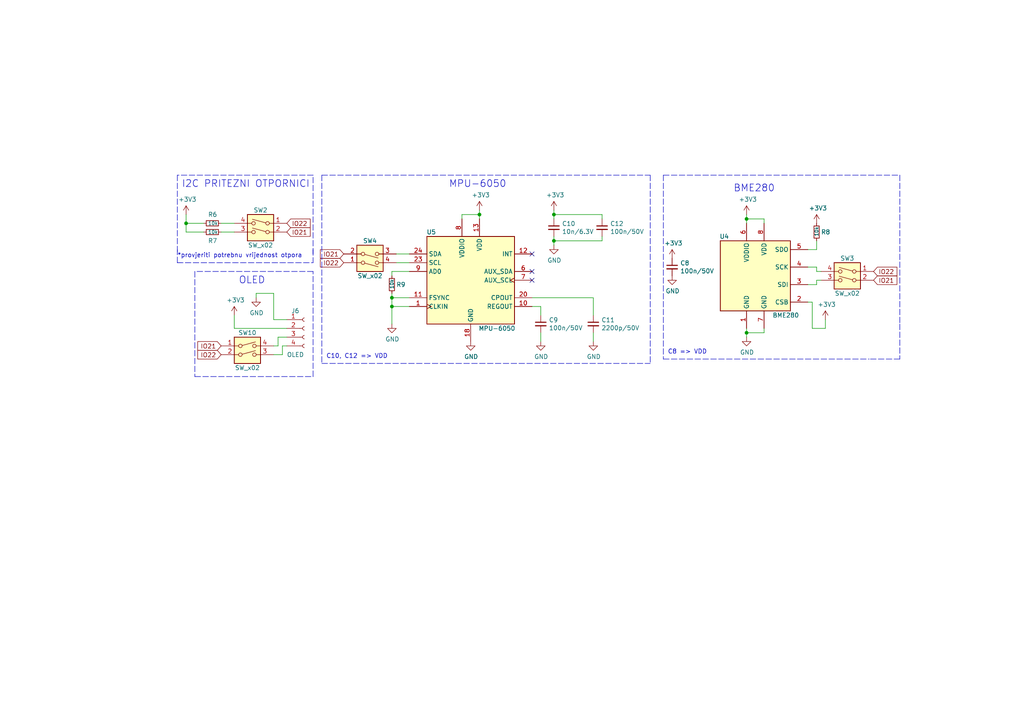
<source format=kicad_sch>
(kicad_sch (version 20211123) (generator eeschema)
  (paper "A4")
  (title_block (title "ESP32IoTPlatform") (date "2022-02-09") (rev "v4r1") (company "TVZ"))
  (lib_symbols
    (symbol "Connector:Conn_01x04_Female" (pin_names (offset 1.016) hide)
      (property "Reference" "J" (at 0 5.08 0))
      (property "Value" "Conn_01x04_Female" (at 0 -7.62 0))
      (symbol "Conn_01x04_Female_1_1"
        (arc (start 0 -4.572) (mid -0.508 -5.08) (end 0 -5.588) (stroke (width 0.1524)))
        (arc (start 0 -2.032) (mid -0.508 -2.54) (end 0 -3.048) (stroke (width 0.1524)))
        (polyline (pts (xy -1.27 -5.08) (xy -0.508 -5.08)) (stroke (width 0.1524)))
        (polyline (pts (xy -1.27 -2.54) (xy -0.508 -2.54)) (stroke (width 0.1524)))
        (polyline (pts (xy -1.27 0) (xy -0.508 0)) (stroke (width 0.1524)))
        (polyline (pts (xy -1.27 2.54) (xy -0.508 2.54)) (stroke (width 0.1524)))
        (arc (start 0 0.508) (mid -0.508 0) (end 0 -0.508) (stroke (width 0.1524)))
        (arc (start 0 3.048) (mid -0.508 2.54) (end 0 2.032) (stroke (width 0.1524)))
        (pin passive line (at -5.08 2.54 0) (length 3.81) (name "Pin_1") (number "1"))
        (pin passive line (at -5.08 0 0) (length 3.81) (name "Pin_2") (number "2"))
        (pin passive line (at -5.08 -2.54 0) (length 3.81) (name "Pin_3") (number "3"))
        (pin passive line (at -5.08 -5.08 0) (length 3.81) (name "Pin_4") (number "4"))
      )
    )
    (symbol "Device:C_Small" (pin_numbers hide) (pin_names (offset 0.254) hide)
      (property "Reference" "C" (at 0.254 1.778 0))
      (property "Value" "C_Small" (at 0.254 -2.032 0))
      (symbol "C_Small_0_1"
        (polyline (pts (xy -1.524 -0.508) (xy 1.524 -0.508)) (stroke (width 0.3302)))
        (polyline (pts (xy -1.524 0.508) (xy 1.524 0.508)) (stroke (width 0.3048)))
      )
      (symbol "C_Small_1_1"
        (pin passive line (at 0 2.54 270) (length 2.032) (name "~") (number "1"))
        (pin passive line (at 0 -2.54 90) (length 2.032) (name "~") (number "2"))
      )
    )
    (symbol "Device:R_Small" (pin_numbers hide) (pin_names (offset 0.254) hide)
      (property "Reference" "R" (at 0.762 0.508 0))
      (property "Value" "R_Small" (at 0.762 -1.016 0))
      (symbol "R_Small_0_1"
        (rectangle (start -0.762 1.778) (end 0.762 -1.778) (stroke (width 0.2032)))
      )
      (symbol "R_Small_1_1"
        (pin passive line (at 0 2.54 270) (length 0.762) (name "~") (number "1"))
        (pin passive line (at 0 -2.54 90) (length 0.762) (name "~") (number "2"))
      )
    )
    (symbol "Sensor:BME280"
      (property "Reference" "U" (at -8.89 11.43 0))
      (property "Value" "BME280" (at 7.62 11.43 0))
      (symbol "BME280_0_1"
        (rectangle (start -10.16 10.16) (end 10.16 -10.16) (stroke (width 0.254)) (fill (type background)))
      )
      (symbol "BME280_1_1"
        (pin power_in line (at -2.54 -15.24 90) (length 5.08) (name "GND") (number "1"))
        (pin input line (at 15.24 -7.62 180) (length 5.08) (name "CSB") (number "2"))
        (pin bidirectional line (at 15.24 -2.54 180) (length 5.08) (name "SDI") (number "3"))
        (pin input line (at 15.24 2.54 180) (length 5.08) (name "SCK") (number "4"))
        (pin bidirectional line (at 15.24 7.62 180) (length 5.08) (name "SDO") (number "5"))
        (pin power_in line (at -2.54 15.24 270) (length 5.08) (name "VDDIO") (number "6"))
        (pin power_in line (at 2.54 -15.24 90) (length 5.08) (name "GND") (number "7"))
        (pin power_in line (at 2.54 15.24 270) (length 5.08) (name "VDD") (number "8"))
      )
    )
    (symbol "Sensor_Motion:MPU-6050"
      (property "Reference" "U" (at -11.43 13.97 0))
      (property "Value" "MPU-6050" (at 7.62 -13.97 0))
      (symbol "MPU-6050_0_1"
        (rectangle (start -12.7 12.7) (end 12.7 -12.7) (stroke (width 0.254)) (fill (type background)))
      )
      (symbol "MPU-6050_1_1"
        (pin input clock (at -17.78 -7.62 0) (length 5.08) (name "CLKIN") (number "1"))
        (pin passive line (at 17.78 -7.62 180) (length 5.08) (name "REGOUT") (number "10"))
        (pin input line (at -17.78 -5.08 0) (length 5.08) (name "FSYNC") (number "11"))
        (pin output line (at 17.78 7.62 180) (length 5.08) (name "INT") (number "12"))
        (pin power_in line (at 2.54 17.78 270) (length 5.08) (name "VDD") (number "13"))
        (pin power_in line (at 0 -17.78 90) (length 5.08) (name "GND") (number "18"))
        (pin passive line (at 17.78 -5.08 180) (length 5.08) (name "CPOUT") (number "20"))
        (pin input line (at -17.78 5.08 0) (length 5.08) (name "SCL") (number "23"))
        (pin bidirectional line (at -17.78 7.62 0) (length 5.08) (name "SDA") (number "24"))
        (pin bidirectional line (at 17.78 2.54 180) (length 5.08) (name "AUX_SDA") (number "6"))
        (pin output clock (at 17.78 0 180) (length 5.08) (name "AUX_SCL") (number "7"))
        (pin power_in line (at -2.54 17.78 270) (length 5.08) (name "VDDIO") (number "8"))
        (pin input line (at -17.78 2.54 0) (length 5.08) (name "AD0") (number "9"))
      )
    )
    (symbol "Switch:SW_DIP_x02" (pin_names (offset 0) hide)
      (property "Reference" "SW" (at 0 6.35 0))
      (property "Value" "SW_DIP_x02" (at 0 -3.81 0))
      (symbol "SW_DIP_x02_0_0"
        (circle (center -2.032 0) (radius 0.508))
        (circle (center -2.032 2.54) (radius 0.508))
        (polyline (pts (xy -1.524 0.127) (xy 2.3622 1.1684)))
        (polyline (pts (xy -1.524 2.667) (xy 2.3622 3.7084)))
        (circle (center 2.032 0) (radius 0.508))
        (circle (center 2.032 2.54) (radius 0.508))
      )
      (symbol "SW_DIP_x02_0_1"
        (rectangle (start -3.81 5.08) (end 3.81 -2.54) (stroke (width 0.254)) (fill (type background)))
      )
      (symbol "SW_DIP_x02_1_1"
        (pin passive line (at -7.62 2.54 0) (length 5.08) (name "~") (number "1"))
        (pin passive line (at -7.62 0 0) (length 5.08) (name "~") (number "2"))
        (pin passive line (at 7.62 0 180) (length 5.08) (name "~") (number "3"))
        (pin passive line (at 7.62 2.54 180) (length 5.08) (name "~") (number "4"))
      )
    )
    (symbol "power:+3V3" (power) (pin_names (offset 0))
      (property "Value" "+3V3" (at 0 3.556 0))
      (symbol "+3V3_0_1"
        (polyline (pts (xy -0.762 1.27) (xy 0 2.54)))
        (polyline (pts (xy 0 0) (xy 0 2.54)))
        (polyline (pts (xy 0 2.54) (xy 0.762 1.27)))
      )
      (symbol "+3V3_1_1"
        (pin power_in line (at 0 0 90) (length 0) hide (name "+3V3") (number "1"))
      )
    )
    (symbol "power:GND" (power) (pin_names (offset 0))
      (property "Value" "GND" (at 0 -3.81 0))
      (symbol "GND_0_1"
        (polyline (pts (xy 0 0) (xy 0 -1.27) (xy 1.27 -1.27) (xy 0 -2.54) (xy -1.27 -1.27) (xy 0 -1.27)))
      )
      (symbol "GND_1_1"
        (pin power_in line (at 0 0 270) (length 0) hide (name "GND") (number "1"))
      )
    )
  )
  (junction (at 113.665 88.9))
  (junction (at 139.065 62.23))
  (junction (at 160.655 62.23))
  (junction (at 53.975 64.77))
  (junction (at 216.535 96.52))
  (junction (at 113.665 86.36))
  (junction (at 216.535 63.5))
  (junction (at 160.655 69.85))
  (no_connect (at 154.305 73.66))
  (no_connect (at 154.305 81.28))
  (no_connect (at 154.305 78.74))
  (wire (pts (xy 74.295 86.36) (xy 74.295 85.09)))
  (wire (pts (xy 236.855 77.47) (xy 234.315 77.47)))
  (wire (pts (xy 174.625 68.58) (xy 174.625 69.85)))
  (wire (pts (xy 160.655 71.12) (xy 160.655 69.85)))
  (wire (pts (xy 174.625 62.23) (xy 174.625 63.5)))
  (polyline (pts (xy 52.705 76.2) (xy 51.435 76.2)))
  (wire (pts (xy 113.665 78.74) (xy 113.665 80.01)))
  (polyline (pts (xy 188.595 50.8) (xy 188.595 105.41)))
  (wire (pts (xy 172.085 86.36) (xy 154.305 86.36)))
  (wire (pts (xy 113.665 85.09) (xy 113.665 86.36)))
  (polyline (pts (xy 90.805 72.39) (xy 90.805 76.2)))
  (wire (pts (xy 81.915 100.33) (xy 81.915 102.87)))
  (wire (pts (xy 80.645 100.33) (xy 80.645 97.79)))
  (wire (pts (xy 172.085 99.06) (xy 172.085 96.52)))
  (wire (pts (xy 113.665 88.9) (xy 113.665 93.98)))
  (wire (pts (xy 235.585 87.63) (xy 235.585 95.25)))
  (wire (pts (xy 160.655 60.96) (xy 160.655 62.23)))
  (wire (pts (xy 239.395 95.25) (xy 239.395 92.71)))
  (wire (pts (xy 74.295 85.09) (xy 79.375 85.09)))
  (wire (pts (xy 83.185 100.33) (xy 81.915 100.33)))
  (polyline (pts (xy 93.345 105.41) (xy 188.595 105.41)))
  (wire (pts (xy 113.665 86.36) (xy 113.665 88.9)))
  (wire (pts (xy 156.845 88.9) (xy 154.305 88.9)))
  (wire (pts (xy 64.135 64.77) (xy 67.945 64.77)))
  (polyline (pts (xy 93.345 50.8) (xy 188.595 50.8)))
  (wire (pts (xy 221.615 96.52) (xy 221.615 95.25)))
  (wire (pts (xy 133.985 63.5) (xy 133.985 62.23)))
  (wire (pts (xy 139.065 62.23) (xy 139.065 63.5)))
  (wire (pts (xy 156.845 91.44) (xy 156.845 88.9)))
  (wire (pts (xy 79.375 100.33) (xy 80.645 100.33)))
  (wire (pts (xy 238.125 78.74) (xy 236.855 78.74)))
  (polyline (pts (xy 192.405 50.8) (xy 192.405 104.14)))
  (wire (pts (xy 81.915 102.87) (xy 79.375 102.87)))
  (wire (pts (xy 156.845 99.06) (xy 156.845 96.52)))
  (wire (pts (xy 236.855 82.55) (xy 236.855 81.28)))
  (wire (pts (xy 236.855 78.74) (xy 236.855 77.47)))
  (wire (pts (xy 172.085 86.36) (xy 172.085 91.44)))
  (wire (pts (xy 216.535 63.5) (xy 216.535 64.77)))
  (wire (pts (xy 139.065 60.96) (xy 139.065 62.23)))
  (wire (pts (xy 221.615 63.5) (xy 216.535 63.5)))
  (wire (pts (xy 118.745 88.9) (xy 113.665 88.9)))
  (polyline (pts (xy 56.515 78.74) (xy 56.515 109.22)))
  (wire (pts (xy 236.855 81.28) (xy 238.125 81.28)))
  (wire (pts (xy 67.945 91.44) (xy 67.945 95.25)))
  (polyline (pts (xy 192.405 104.14) (xy 252.095 104.14)))
  (polyline (pts (xy 90.805 73.66) (xy 90.805 50.8)))
  (wire (pts (xy 80.645 97.79) (xy 83.185 97.79)))
  (wire (pts (xy 236.855 72.39) (xy 234.315 72.39)))
  (polyline (pts (xy 260.985 104.14) (xy 252.095 104.14)))
  (wire (pts (xy 118.745 76.2) (xy 114.935 76.2)))
  (wire (pts (xy 160.655 62.23) (xy 174.625 62.23)))
  (wire (pts (xy 235.585 95.25) (xy 239.395 95.25)))
  (polyline (pts (xy 90.805 78.74) (xy 56.515 78.74)))
  (wire (pts (xy 216.535 63.5) (xy 216.535 62.23)))
  (wire (pts (xy 221.615 64.77) (xy 221.615 63.5)))
  (wire (pts (xy 236.855 69.85) (xy 236.855 72.39)))
  (wire (pts (xy 118.745 78.74) (xy 113.665 78.74)))
  (wire (pts (xy 160.655 63.5) (xy 160.655 62.23)))
  (wire (pts (xy 216.535 96.52) (xy 221.615 96.52)))
  (polyline (pts (xy 51.435 76.2) (xy 51.435 72.39)))
  (polyline (pts (xy 51.435 50.8) (xy 51.435 73.66)))
  (polyline (pts (xy 192.405 50.8) (xy 260.985 50.8)))
  (wire (pts (xy 133.985 62.23) (xy 139.065 62.23)))
  (wire (pts (xy 53.975 64.77) (xy 59.055 64.77)))
  (wire (pts (xy 234.315 82.55) (xy 236.855 82.55)))
  (wire (pts (xy 118.745 86.36) (xy 113.665 86.36)))
  (wire (pts (xy 79.375 92.71) (xy 83.185 92.71)))
  (polyline (pts (xy 260.985 50.8) (xy 260.985 93.98)))
  (wire (pts (xy 64.135 67.31) (xy 67.945 67.31)))
  (wire (pts (xy 53.975 67.31) (xy 53.975 64.77)))
  (polyline (pts (xy 90.805 109.22) (xy 90.805 78.74)))
  (wire (pts (xy 174.625 69.85) (xy 160.655 69.85)))
  (wire (pts (xy 79.375 85.09) (xy 79.375 92.71)))
  (polyline (pts (xy 260.985 93.98) (xy 260.985 104.14)))
  (polyline (pts (xy 51.435 76.2) (xy 90.805 76.2)))
  (wire (pts (xy 216.535 95.25) (xy 216.535 96.52)))
  (polyline (pts (xy 93.345 50.8) (xy 93.345 105.41)))
  (wire (pts (xy 216.535 97.79) (xy 216.535 96.52)))
  (wire (pts (xy 160.655 69.85) (xy 160.655 68.58)))
  (wire (pts (xy 59.055 67.31) (xy 53.975 67.31)))
  (polyline (pts (xy 90.805 50.8) (xy 51.435 50.8)))
  (wire (pts (xy 67.945 95.25) (xy 83.185 95.25)))
  (wire (pts (xy 234.315 87.63) (xy 235.585 87.63)))
  (wire (pts (xy 114.935 73.66) (xy 118.745 73.66)))
  (wire (pts (xy 53.975 62.23) (xy 53.975 64.77)))
  (polyline (pts (xy 56.515 109.22) (xy 90.805 109.22)))
  (text "BME280" (at 212.725 55.88 0) (effects (font (size 2.0066 2.0066)) (justify left bottom)))
  (text "*provjeriti potrebnu vrijednost otpora" (at 51.435 74.93 0) (effects (font (size 1.27 1.27)) (justify left bottom)))
  (text "OLED" (at 69.215 82.55 0) (effects (font (size 2.0066 2.0066)) (justify left bottom)))
  (text "I2C PRITEZNI OTPORNICI" (at 52.705 54.61 0) (effects (font (size 2.0066 2.0066)) (justify left bottom)))
  (text "C8 => VDD" (at 193.675 102.87 0) (effects (font (size 1.27 1.27)) (justify left bottom)))
  (text "MPU-6050" (at 130.175 54.61 0) (effects (font (size 2.0066 2.0066)) (justify left bottom)))
  (text "C10, C12 => VDD" (at 94.615 104.14 0) (effects (font (size 1.27 1.27)) (justify left bottom)))
  (global_label "IO21" (shape input) (at 64.135 100.33 180) (property "Intersheet References" "${INTERSHEET_REFS}" (effects hide)))
  (global_label "IO22" (shape input) (at 83.185 64.77 0) (property "Intersheet References" "${INTERSHEET_REFS}" (effects hide)))
  (global_label "IO22" (shape input) (at 64.135 102.87 180) (property "Intersheet References" "${INTERSHEET_REFS}" (effects hide)))
  (global_label "IO22" (shape input) (at 99.695 76.2 180) (property "Intersheet References" "${INTERSHEET_REFS}" (effects hide)))
  (global_label "IO21" (shape input) (at 253.365 81.28 0) (property "Intersheet References" "${INTERSHEET_REFS}" (effects hide)))
  (global_label "IO21" (shape input) (at 83.185 67.31 0) (property "Intersheet References" "${INTERSHEET_REFS}" (effects hide)))
  (global_label "IO22" (shape input) (at 253.365 78.74 0) (property "Intersheet References" "${INTERSHEET_REFS}" (effects hide)))
  (global_label "IO21" (shape input) (at 99.695 73.66 180) (property "Intersheet References" "${INTERSHEET_REFS}" (effects hide)))
  (symbol (lib_id "Device:R_Small") (at 61.595 64.77 90) (unit 1)
    (property "Reference" "R6" (at 60.325 62.23 90) (effects (justify right)))
    (property "Value" "10k" (at 60.325 64.77 90) (effects (font (size 1 1)) (justify right)))
    (property "Footprint" "Resistor_SMD:R_0805_2012Metric" (effects hide))
  )
  (symbol (lib_id "Switch:SW_DIP_x02") (at 245.745 81.28 0) (mirror y) (unit 1)
    (property "Reference" "SW3" (at 245.745 74.93 0))
    (property "Value" "SW_x02" (at 245.745 85.09 0))
    (property "Footprint" "Button_Switch_SMD:SW_DIP_SPSTx02_Slide_6.7x6.64mm_W6.73mm_P2.54mm_LowProfile_JPin" (effects hide))
  )
  (symbol (lib_id "power:GND") (at 113.665 93.98 0) (unit 1)
    (property "Reference" "#PWR0134" (effects hide))
    (property "Value" "GND" (at 113.792 98.3742 0))
  )
  (symbol (lib_id "Connector:Conn_01x04_Female") (at 88.265 95.25 0) (unit 1)
    (property "Reference" "J6" (at 84.455 90.17 0) (effects (justify left)))
    (property "Value" "OLED" (at 83.185 102.87 0) (effects (justify left)))
    (property "Footprint" "ESP32IoTPlatform:OLED" (effects hide))
  )
  (symbol (lib_id "Device:C_Small") (at 156.845 93.98 0) (unit 1)
    (property "Reference" "C9" (at 159.1818 92.8116 0) (effects (justify left)))
    (property "Value" "100n/50V" (at 159.1818 95.123 0) (effects (justify left)))
    (property "Footprint" "Capacitor_SMD:C_0805_2012Metric" (effects hide))
  )
  (symbol (lib_id "power:+3V3") (at 236.855 64.77 0) (unit 1)
    (property "Reference" "#PWR0126" (effects hide))
    (property "Value" "+3V3" (at 237.236 60.3758 0))
  )
  (symbol (lib_id "Switch:SW_DIP_x02") (at 107.315 73.66 0) (mirror x) (unit 1)
    (property "Reference" "SW4" (at 107.315 69.85 0))
    (property "Value" "SW_x02" (at 107.315 80.01 0))
    (property "Footprint" "Button_Switch_SMD:SW_DIP_SPSTx02_Slide_6.7x6.64mm_W6.73mm_P2.54mm_LowProfile_JPin" (effects hide))
  )
  (symbol (lib_id "Device:C_Small") (at 194.945 77.47 0) (unit 1)
    (property "Reference" "C8" (at 197.2818 76.3016 0) (effects (justify left)))
    (property "Value" "100n/50V" (at 197.2818 78.613 0) (effects (justify left)))
    (property "Footprint" "Capacitor_SMD:C_0805_2012Metric" (effects hide))
  )
  (symbol (lib_id "Switch:SW_DIP_x02") (at 75.565 67.31 0) (mirror y) (unit 1)
    (property "Reference" "SW2" (at 75.565 60.96 0))
    (property "Value" "SW_x02" (at 75.565 71.12 0))
    (property "Footprint" "Button_Switch_SMD:SW_DIP_SPSTx02_Slide_6.7x6.64mm_W6.73mm_P2.54mm_LowProfile_JPin" (effects hide))
  )
  (symbol (lib_id "Device:C_Small") (at 174.625 66.04 0) (unit 1)
    (property "Reference" "C12" (at 176.9618 64.8716 0) (effects (justify left)))
    (property "Value" "100n/50V" (at 176.9618 67.183 0) (effects (justify left)))
    (property "Footprint" "Capacitor_SMD:C_0805_2012Metric" (effects hide))
  )
  (symbol (lib_id "power:GND") (at 160.655 71.12 0) (unit 1)
    (property "Reference" "#PWR0122" (effects hide))
    (property "Value" "GND" (at 160.782 75.5142 0))
  )
  (symbol (lib_id "Device:R_Small") (at 113.665 82.55 180) (unit 1)
    (property "Reference" "R9" (at 114.935 82.55 0) (effects (justify right)))
    (property "Value" "10k" (at 113.665 83.82 90) (effects (font (size 1 1)) (justify right)))
    (property "Footprint" "Resistor_SMD:R_0805_2012Metric" (effects hide))
  )
  (symbol (lib_id "power:+3V3") (at 139.065 60.96 0) (unit 1)
    (property "Reference" "#PWR0133" (effects hide))
    (property "Value" "+3V3" (at 139.446 56.5658 0))
  )
  (symbol (lib_id "power:GND") (at 156.845 99.06 0) (unit 1)
    (property "Reference" "#PWR0132" (effects hide))
    (property "Value" "GND" (at 156.972 103.4542 0))
  )
  (symbol (lib_id "Sensor_Motion:MPU-6050") (at 136.525 81.28 0) (unit 1)
    (property "Reference" "U5" (at 125.095 67.31 0))
    (property "Value" "MPU-6050" (at 144.145 95.25 0))
    (property "Footprint" "Sensor_Motion:InvenSense_QFN-24_4x4mm_P0.5mm" (effects hide))
    (property "Datasheet" "https://store.invensense.com/datasheets/invensense/MPU-6050_DataSheet_V3%204.pdf" (effects hide))
  )
  (symbol (lib_id "power:GND") (at 216.535 97.79 0) (unit 1)
    (property "Reference" "#PWR0127" (effects hide))
    (property "Value" "GND" (at 216.662 102.1842 0))
  )
  (symbol (lib_id "power:+3V3") (at 67.945 91.44 0) (unit 1)
    (property "Reference" "#PWR0120" (effects hide))
    (property "Value" "+3V3" (at 68.326 87.0458 0))
  )
  (symbol (lib_id "power:+3V3") (at 239.395 92.71 0) (unit 1)
    (property "Reference" "#PWR0128" (effects hide))
    (property "Value" "+3V3" (at 239.776 88.3158 0))
  )
  (symbol (lib_id "power:GND") (at 74.295 86.36 0) (unit 1)
    (property "Reference" "#PWR0119" (effects hide))
    (property "Value" "GND" (at 74.422 90.7542 0))
  )
  (symbol (lib_id "power:+3V3") (at 53.975 62.23 0) (unit 1)
    (property "Reference" "#PWR0121" (effects hide))
    (property "Value" "+3V3" (at 54.356 57.8358 0))
  )
  (symbol (lib_id "Switch:SW_DIP_x02") (at 71.755 102.87 0) (unit 1)
    (property "Reference" "SW10" (at 71.755 96.52 0))
    (property "Value" "SW_x02" (at 71.755 106.68 0))
    (property "Footprint" "Button_Switch_SMD:SW_DIP_SPSTx02_Slide_6.7x6.64mm_W6.73mm_P2.54mm_LowProfile_JPin" (effects hide))
  )
  (symbol (lib_id "Device:C_Small") (at 160.655 66.04 0) (unit 1)
    (property "Reference" "C10" (at 162.9918 64.8716 0) (effects (justify left)))
    (property "Value" "10n/6.3V" (at 162.9918 67.183 0) (effects (justify left)))
    (property "Footprint" "Capacitor_SMD:C_0805_2012Metric" (effects hide))
  )
  (symbol (lib_id "Device:C_Small") (at 172.085 93.98 0) (unit 1)
    (property "Reference" "C11" (at 174.4218 92.8116 0) (effects (justify left)))
    (property "Value" "2200p/50V" (at 174.4218 95.123 0) (effects (justify left)))
    (property "Footprint" "Capacitor_SMD:C_0805_2012Metric" (effects hide))
  )
  (symbol (lib_id "power:GND") (at 194.945 80.01 0) (unit 1)
    (property "Reference" "#PWR0124" (effects hide))
    (property "Value" "GND" (at 195.072 84.4042 0))
  )
  (symbol (lib_id "power:GND") (at 172.085 99.06 0) (unit 1)
    (property "Reference" "#PWR0131" (effects hide))
    (property "Value" "GND" (at 172.212 103.4542 0))
  )
  (symbol (lib_id "Device:R_Small") (at 236.855 67.31 180) (unit 1)
    (property "Reference" "R8" (at 238.125 67.31 0) (effects (justify right)))
    (property "Value" "10k" (at 236.855 68.58 90) (effects (font (size 1 1)) (justify right)))
    (property "Footprint" "Resistor_SMD:R_0805_2012Metric" (effects hide))
  )
  (symbol (lib_id "Sensor:BME280") (at 219.075 80.01 0) (unit 1)
    (property "Reference" "U4" (at 211.455 68.58 0) (effects (justify right)))
    (property "Value" "BME280" (at 231.775 91.44 0) (effects (justify right)))
    (property "Footprint" "ESP32IoTPlatform:Bosch_LGA-8_2.5x2.5mm_P0.65mm_ClockwisePinNumbering" (effects hide))
    (property "Datasheet" "https://ae-bst.resource.bosch.com/media/_tech/media/datasheets/BST-BME280-DS002.pdf" (effects hide))
  )
  (symbol (lib_id "power:+3V3") (at 194.945 74.93 0) (unit 1)
    (property "Reference" "#PWR0123" (effects hide))
    (property "Value" "+3V3" (at 195.326 70.5358 0))
  )
  (symbol (lib_id "power:GND") (at 136.525 99.06 0) (unit 1)
    (property "Reference" "#PWR0129" (effects hide))
    (property "Value" "GND" (at 136.652 103.4542 0))
  )
  (symbol (lib_id "Device:R_Small") (at 61.595 67.31 90) (unit 1)
    (property "Reference" "R7" (at 60.325 69.85 90) (effects (justify right)))
    (property "Value" "10k" (at 60.325 67.31 90) (effects (font (size 1 1)) (justify right)))
    (property "Footprint" "Resistor_SMD:R_0805_2012Metric" (effects hide))
  )
  (symbol (lib_id "power:+3V3") (at 216.535 62.23 0) (unit 1)
    (property "Reference" "#PWR0125" (effects hide))
    (property "Value" "+3V3" (at 216.916 57.8358 0))
  )
  (symbol (lib_id "power:+3V3") (at 160.655 60.96 0) (unit 1)
    (property "Reference" "#PWR0130" (effects hide))
    (property "Value" "+3V3" (at 161.036 56.5658 0))
  )
)
</source>
